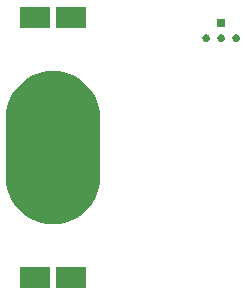
<source format=gbp>
G04 Layer: BottomPasteMaskLayer*
G04 EasyEDA v6.2.46, 2019-12-26T15:44:02--5:00*
G04 111d7bdae86b4e7985bcd74f00d2b945,ad3383c819c44bf79b2f5f1fb32db82d,10*
G04 Gerber Generator version 0.2*
G04 Scale: 100 percent, Rotated: No, Reflected: No *
G04 Dimensions in inches *
G04 leading zeros omitted , absolute positions ,2 integer and 4 decimal *
%FSLAX24Y24*%
%MOIN*%
G90*
G70D02*


%LPD*%
G36*
G01X6625Y9125D02*
G01X6625Y8875D01*
G01X6875Y8875D01*
G01X6875Y9125D01*
G01X6625Y9125D01*
G37*
G36*
G01X6250Y8625D02*
G01X6234Y8624D01*
G01X6220Y8621D01*
G01X6205Y8616D01*
G01X6191Y8610D01*
G01X6178Y8602D01*
G01X6167Y8593D01*
G01X6156Y8582D01*
G01X6147Y8571D01*
G01X6139Y8558D01*
G01X6133Y8544D01*
G01X6128Y8529D01*
G01X6125Y8515D01*
G01X6125Y8500D01*
G01X6125Y8484D01*
G01X6128Y8470D01*
G01X6133Y8455D01*
G01X6139Y8441D01*
G01X6147Y8428D01*
G01X6156Y8417D01*
G01X6167Y8406D01*
G01X6178Y8397D01*
G01X6191Y8389D01*
G01X6205Y8383D01*
G01X6220Y8378D01*
G01X6234Y8375D01*
G01X6250Y8375D01*
G01X6265Y8375D01*
G01X6279Y8378D01*
G01X6294Y8383D01*
G01X6308Y8389D01*
G01X6321Y8397D01*
G01X6332Y8406D01*
G01X6343Y8417D01*
G01X6352Y8428D01*
G01X6360Y8441D01*
G01X6366Y8455D01*
G01X6371Y8470D01*
G01X6374Y8484D01*
G01X6375Y8500D01*
G01X6374Y8515D01*
G01X6371Y8529D01*
G01X6366Y8544D01*
G01X6360Y8558D01*
G01X6352Y8571D01*
G01X6343Y8582D01*
G01X6332Y8593D01*
G01X6321Y8602D01*
G01X6308Y8610D01*
G01X6294Y8616D01*
G01X6279Y8621D01*
G01X6265Y8624D01*
G01X6250Y8625D01*
G37*
G36*
G01X7250Y8625D02*
G01X7234Y8624D01*
G01X7220Y8621D01*
G01X7205Y8616D01*
G01X7191Y8610D01*
G01X7178Y8602D01*
G01X7167Y8593D01*
G01X7156Y8582D01*
G01X7147Y8571D01*
G01X7139Y8558D01*
G01X7133Y8544D01*
G01X7128Y8529D01*
G01X7125Y8515D01*
G01X7125Y8500D01*
G01X7125Y8484D01*
G01X7128Y8470D01*
G01X7133Y8455D01*
G01X7139Y8441D01*
G01X7147Y8428D01*
G01X7156Y8417D01*
G01X7167Y8406D01*
G01X7178Y8397D01*
G01X7191Y8389D01*
G01X7205Y8383D01*
G01X7220Y8378D01*
G01X7234Y8375D01*
G01X7250Y8375D01*
G01X7265Y8375D01*
G01X7279Y8378D01*
G01X7294Y8383D01*
G01X7308Y8389D01*
G01X7321Y8397D01*
G01X7332Y8406D01*
G01X7343Y8417D01*
G01X7352Y8428D01*
G01X7360Y8441D01*
G01X7366Y8455D01*
G01X7371Y8470D01*
G01X7374Y8484D01*
G01X7375Y8500D01*
G01X7374Y8515D01*
G01X7371Y8529D01*
G01X7366Y8544D01*
G01X7360Y8558D01*
G01X7352Y8571D01*
G01X7343Y8582D01*
G01X7332Y8593D01*
G01X7321Y8602D01*
G01X7308Y8610D01*
G01X7294Y8616D01*
G01X7279Y8621D01*
G01X7265Y8624D01*
G01X7250Y8625D01*
G37*
G36*
G01X6750Y8625D02*
G01X6734Y8624D01*
G01X6720Y8621D01*
G01X6705Y8616D01*
G01X6691Y8610D01*
G01X6678Y8602D01*
G01X6667Y8593D01*
G01X6656Y8582D01*
G01X6647Y8571D01*
G01X6639Y8558D01*
G01X6633Y8544D01*
G01X6628Y8529D01*
G01X6625Y8515D01*
G01X6625Y8500D01*
G01X6625Y8484D01*
G01X6628Y8470D01*
G01X6633Y8455D01*
G01X6639Y8441D01*
G01X6647Y8428D01*
G01X6656Y8417D01*
G01X6667Y8406D01*
G01X6678Y8397D01*
G01X6691Y8389D01*
G01X6705Y8383D01*
G01X6720Y8378D01*
G01X6734Y8375D01*
G01X6750Y8375D01*
G01X6765Y8375D01*
G01X6779Y8378D01*
G01X6794Y8383D01*
G01X6808Y8389D01*
G01X6821Y8397D01*
G01X6832Y8406D01*
G01X6843Y8417D01*
G01X6852Y8428D01*
G01X6860Y8441D01*
G01X6866Y8455D01*
G01X6871Y8470D01*
G01X6874Y8484D01*
G01X6875Y8500D01*
G01X6874Y8515D01*
G01X6871Y8529D01*
G01X6866Y8544D01*
G01X6860Y8558D01*
G01X6852Y8571D01*
G01X6843Y8582D01*
G01X6832Y8593D01*
G01X6821Y8602D01*
G01X6808Y8610D01*
G01X6794Y8616D01*
G01X6779Y8621D01*
G01X6765Y8624D01*
G01X6750Y8625D01*
G37*
G36*
G01X1260Y169D02*
G01X2260Y169D01*
G01X2260Y869D01*
G01X1260Y869D01*
G01X1260Y169D01*
G37*
G36*
G01X1150Y2290D02*
G01X1339Y2302D01*
G01X1526Y2336D01*
G01X1708Y2393D01*
G01X1881Y2471D01*
G01X2044Y2569D01*
G01X2194Y2686D01*
G01X2328Y2821D01*
G01X2446Y2971D01*
G01X2544Y3133D01*
G01X2622Y3307D01*
G01X2678Y3488D01*
G01X2713Y3675D01*
G01X2724Y3865D01*
G01X2724Y5834D01*
G01X2713Y6024D01*
G01X2678Y6211D01*
G01X2622Y6392D01*
G01X2544Y6566D01*
G01X2446Y6728D01*
G01X2328Y6878D01*
G01X2194Y7013D01*
G01X2044Y7130D01*
G01X1881Y7228D01*
G01X1708Y7306D01*
G01X1526Y7363D01*
G01X1339Y7397D01*
G01X1150Y7409D01*
G01X960Y7397D01*
G01X773Y7363D01*
G01X591Y7306D01*
G01X418Y7228D01*
G01X255Y7130D01*
G01X105Y7013D01*
G01X-28Y6878D01*
G01X-146Y6728D01*
G01X-244Y6566D01*
G01X-322Y6392D01*
G01X-378Y6211D01*
G01X-413Y6024D01*
G01X-424Y5834D01*
G01X-424Y3865D01*
G01X-413Y3675D01*
G01X-378Y3488D01*
G01X-322Y3307D01*
G01X-244Y3133D01*
G01X-146Y2971D01*
G01X-28Y2821D01*
G01X105Y2686D01*
G01X255Y2569D01*
G01X418Y2471D01*
G01X591Y2393D01*
G01X773Y2336D01*
G01X960Y2302D01*
G01X1150Y2290D01*
G37*
G36*
G01X1260Y8830D02*
G01X2260Y8830D01*
G01X2260Y9530D01*
G01X1260Y9530D01*
G01X1260Y8830D01*
G37*
G36*
G01X39Y169D02*
G01X1039Y169D01*
G01X1039Y869D01*
G01X39Y869D01*
G01X39Y169D01*
G37*
G36*
G01X39Y8830D02*
G01X1039Y8830D01*
G01X1039Y9530D01*
G01X39Y9530D01*
G01X39Y8830D01*
G37*
M00*
M02*

</source>
